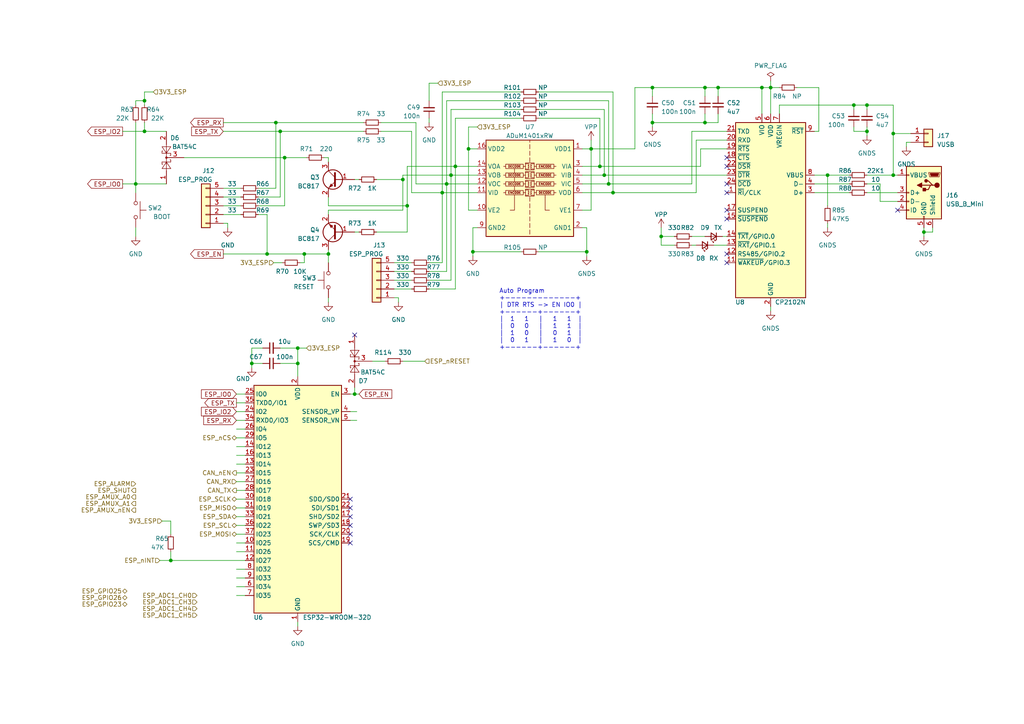
<source format=kicad_sch>
(kicad_sch (version 20211123) (generator eeschema)
  (paper "A4")
  (title_block (title "Think-City-BMS") (rev "0.0.1") (company "the78mole") (comment 1 "Author: Daniel Glaser"))
  (lib_symbols
    (symbol "Connector:USB_B_Mini" (pin_names (offset 1.016))
      (property "Reference" "J" (at -5.08 11.43 0))
      (property "Value" "USB_B_Mini" (at -5.08 8.89 0))
      (symbol "USB_B_Mini_1_1"
        (pin power_out line (at 7.62 5.08 180) (length 2.54) (name "VBUS") (number "1"))
        (pin bidirectional line (at 7.62 -2.54 180) (length 2.54) (name "D-") (number "2"))
        (pin bidirectional line (at 7.62 0 180) (length 2.54) (name "D+") (number "3"))
        (pin passive line (at 7.62 -5.08 180) (length 2.54) (name "ID") (number "4"))
        (pin power_out line (at 0 -10.16 90) (length 2.54) (name "GND") (number "5"))
        (pin passive line (at -2.54 -10.16 90) (length 2.54) (name "Shield") (number "6"))
      )
    )
    (symbol "Connector_Generic:Conn_01x02" (pin_names (offset 1.016) hide)
      (property "Reference" "J" (at 0 2.54 0))
      (property "Value" "Conn_01x02" (at 0 -5.08 0))
      (symbol "Conn_01x02_1_1"
        (pin passive line (at -5.08 0 0) (length 3.81) (name "Pin_1") (number "1"))
        (pin passive line (at -5.08 -2.54 0) (length 3.81) (name "Pin_2") (number "2"))
      )
    )
    (symbol "Connector_Generic:Conn_01x05" (pin_names (offset 1.016) hide)
      (property "Reference" "J" (at 0 7.62 0))
      (property "Value" "Conn_01x05" (at 0 -7.62 0))
      (symbol "Conn_01x05_1_1"
        (pin passive line (at -5.08 5.08 0) (length 3.81) (name "Pin_1") (number "1"))
        (pin passive line (at -5.08 2.54 0) (length 3.81) (name "Pin_2") (number "2"))
        (pin passive line (at -5.08 0 0) (length 3.81) (name "Pin_3") (number "3"))
        (pin passive line (at -5.08 -2.54 0) (length 3.81) (name "Pin_4") (number "4"))
        (pin passive line (at -5.08 -5.08 0) (length 3.81) (name "Pin_5") (number "5"))
      )
    )
    (symbol "Device:C_Small" (pin_numbers hide) (pin_names (offset 0.254) hide)
      (property "Reference" "C" (at 0.254 1.778 0))
      (property "Value" "C_Small" (at 0.254 -2.032 0))
      (symbol "C_Small_1_1"
        (pin passive line (at 0 2.54 270) (length 2.032) (name "~") (number "1"))
        (pin passive line (at 0 -2.54 90) (length 2.032) (name "~") (number "2"))
      )
    )
    (symbol "Device:LED_Small" (pin_numbers hide) (pin_names (offset 0.254) hide)
      (property "Reference" "D" (at -1.27 3.175 0))
      (property "Value" "LED_Small" (at -4.445 -2.54 0))
      (symbol "LED_Small_1_1"
        (pin passive line (at -2.54 0 0) (length 1.778) (name "K") (number "1"))
        (pin passive line (at 2.54 0 180) (length 1.778) (name "A") (number "2"))
      )
    )
    (symbol "Device:R_Small" (pin_numbers hide) (pin_names (offset 0.254) hide)
      (property "Reference" "R" (at 0.762 0.508 0))
      (property "Value" "R_Small" (at 0.762 -1.016 0))
      (symbol "R_Small_1_1"
        (pin passive line (at 0 2.54 270) (length 0.762) (name "~") (number "1"))
        (pin passive line (at 0 -2.54 90) (length 0.762) (name "~") (number "2"))
      )
    )
    (symbol "Diode:BAT54C" (pin_names (offset 1.016))
      (property "Reference" "D" (at 0.635 -3.81 0))
      (property "Value" "BAT54C" (at -6.35 3.175 0))
      (symbol "BAT54C_1_1"
        (pin passive line (at -7.62 0 0) (length 3.81) (name "~") (number "1"))
        (pin passive line (at 7.62 0 180) (length 3.81) (name "~") (number "2"))
        (pin passive line (at 0 -5.08 90) (length 5.08) (name "~") (number "3"))
      )
    )
    (symbol "Interface_USB:CP2102N-Axx-xQFN24"
      (property "Reference" "U" (at -8.89 26.67 0))
      (property "Value" "CP2102N-Axx-xQFN24" (at 13.97 26.67 0))
      (symbol "CP2102N-Axx-xQFN24_1_1"
        (pin bidirectional line (at 12.7 5.08 180) (length 2.54) (name "~{RI}/CLK") (number "1"))
        (pin no_connect line (at -10.16 -22.86 0) (length 2.54) hide (name "NC") (number "10"))
        (pin bidirectional line (at 12.7 -15.24 180) (length 2.54) (name "~{WAKEUP}/GPIO.3") (number "11"))
        (pin bidirectional line (at 12.7 -12.7 180) (length 2.54) (name "RS485/GPIO.2") (number "12"))
        (pin bidirectional line (at 12.7 -10.16 180) (length 2.54) (name "~{RXT}/GPIO.1") (number "13"))
        (pin bidirectional line (at 12.7 -7.62 180) (length 2.54) (name "~{TXT}/GPIO.0") (number "14"))
        (pin output line (at 12.7 -2.54 180) (length 2.54) (name "~{SUSPEND}") (number "15"))
        (pin no_connect line (at 10.16 -22.86 180) (length 2.54) hide (name "NC") (number "16"))
        (pin output line (at 12.7 0 180) (length 2.54) (name "SUSPEND") (number "17"))
        (pin input line (at 12.7 15.24 180) (length 2.54) (name "~{CTS}") (number "18"))
        (pin output line (at 12.7 17.78 180) (length 2.54) (name "~{RTS}") (number "19"))
        (pin power_in line (at 0 -27.94 90) (length 2.54) (name "GND") (number "2"))
        (pin input line (at 12.7 20.32 180) (length 2.54) (name "RXD") (number "20"))
        (pin output line (at 12.7 22.86 180) (length 2.54) (name "TXD") (number "21"))
        (pin input line (at 12.7 12.7 180) (length 2.54) (name "~{DSR}") (number "22"))
        (pin output line (at 12.7 10.16 180) (length 2.54) (name "~{DTR}") (number "23"))
        (pin input line (at 12.7 7.62 180) (length 2.54) (name "~{DCD}") (number "24"))
        (pin passive line (at 0 -27.94 90) (length 2.54) hide (name "GND") (number "25"))
        (pin bidirectional line (at -12.7 5.08 0) (length 2.54) (name "D+") (number "3"))
        (pin bidirectional line (at -12.7 7.62 0) (length 2.54) (name "D-") (number "4"))
        (pin power_in line (at 2.54 27.94 270) (length 2.54) (name "VIO") (number "5"))
        (pin power_in line (at 0 27.94 270) (length 2.54) (name "VDD") (number "6"))
        (pin power_in line (at -2.54 27.94 270) (length 2.54) (name "VREGIN") (number "7"))
        (pin input line (at -12.7 10.16 0) (length 2.54) (name "VBUS") (number "8"))
        (pin input line (at -12.7 22.86 0) (length 2.54) (name "~{RST}") (number "9"))
      )
    )
    (symbol "Isolator:ADuM1401xRW"
      (property "Reference" "U" (at 0 19.05 0))
      (property "Value" "ADuM1401xRW" (at 0 16.51 0))
      (symbol "ADuM1401xRW_0_0"
        (text "DECODE" (at -4.445 0 0) (effects (font (size 0.635 0.635))))
        (text "DECODE" (at 4.445 2.54 0) (effects (font (size 0.635 0.635))))
        (text "DECODE" (at 4.445 5.08 0) (effects (font (size 0.635 0.635))))
        (text "DECODE" (at 4.445 7.62 0) (effects (font (size 0.635 0.635))))
        (text "ENCODE" (at -4.445 2.54 0) (effects (font (size 0.635 0.635))))
        (text "ENCODE" (at -4.445 5.08 0) (effects (font (size 0.635 0.635))))
        (text "ENCODE" (at -4.445 7.62 0) (effects (font (size 0.635 0.635))))
        (text "ENCODE" (at 4.445 0 0) (effects (font (size 0.635 0.635))))
      )
      (symbol "ADuM1401xRW_1_1"
        (pin power_in line (at -15.24 12.7 0) (length 2.54) (name "VDD1") (number "1"))
        (pin input line (at 15.24 -5.08 180) (length 2.54) (name "VE2") (number "10"))
        (pin input line (at 15.24 0 180) (length 2.54) (name "VID") (number "11"))
        (pin output line (at 15.24 2.54 180) (length 2.54) (name "VOC") (number "12"))
        (pin output line (at 15.24 5.08 180) (length 2.54) (name "VOB") (number "13"))
        (pin output line (at 15.24 7.62 180) (length 2.54) (name "VOA") (number "14"))
        (pin passive line (at 15.24 -10.16 180) (length 2.54) hide (name "GND2") (number "15"))
        (pin power_in line (at 15.24 12.7 180) (length 2.54) (name "VDD2") (number "16"))
        (pin power_in line (at -15.24 -10.16 0) (length 2.54) (name "GND1") (number "2"))
        (pin input line (at -15.24 7.62 0) (length 2.54) (name "VIA") (number "3"))
        (pin input line (at -15.24 5.08 0) (length 2.54) (name "VIB") (number "4"))
        (pin input line (at -15.24 2.54 0) (length 2.54) (name "VIC") (number "5"))
        (pin output line (at -15.24 0 0) (length 2.54) (name "VOD") (number "6"))
        (pin input line (at -15.24 -5.08 0) (length 2.54) (name "VE1") (number "7"))
        (pin passive line (at -15.24 -10.16 0) (length 2.54) hide (name "GND1") (number "8"))
        (pin power_in line (at 15.24 -10.16 180) (length 2.54) (name "GND2") (number "9"))
      )
    )
    (symbol "RF_Module:ESP32-WROOM-32D"
      (property "Reference" "U" (at -12.7 34.29 0))
      (property "Value" "ESP32-WROOM-32D" (at 1.27 34.29 0))
      (symbol "ESP32-WROOM-32D_1_1"
        (pin power_in line (at 0 -35.56 90) (length 2.54) (name "GND") (number "1"))
        (pin bidirectional line (at 15.24 -12.7 180) (length 2.54) (name "IO25") (number "10"))
        (pin bidirectional line (at 15.24 -15.24 180) (length 2.54) (name "IO26") (number "11"))
        (pin bidirectional line (at 15.24 -17.78 180) (length 2.54) (name "IO27") (number "12"))
        (pin bidirectional line (at 15.24 10.16 180) (length 2.54) (name "IO14") (number "13"))
        (pin bidirectional line (at 15.24 15.24 180) (length 2.54) (name "IO12") (number "14"))
        (pin passive line (at 0 -35.56 90) (length 2.54) hide (name "GND") (number "15"))
        (pin bidirectional line (at 15.24 12.7 180) (length 2.54) (name "IO13") (number "16"))
        (pin bidirectional line (at -15.24 -5.08 0) (length 2.54) (name "SHD/SD2") (number "17"))
        (pin bidirectional line (at -15.24 -7.62 0) (length 2.54) (name "SWP/SD3") (number "18"))
        (pin bidirectional line (at -15.24 -12.7 0) (length 2.54) (name "SCS/CMD") (number "19"))
        (pin power_in line (at 0 35.56 270) (length 2.54) (name "VDD") (number "2"))
        (pin bidirectional line (at -15.24 -10.16 0) (length 2.54) (name "SCK/CLK") (number "20"))
        (pin bidirectional line (at -15.24 0 0) (length 2.54) (name "SDO/SD0") (number "21"))
        (pin bidirectional line (at -15.24 -2.54 0) (length 2.54) (name "SDI/SD1") (number "22"))
        (pin bidirectional line (at 15.24 7.62 180) (length 2.54) (name "IO15") (number "23"))
        (pin bidirectional line (at 15.24 25.4 180) (length 2.54) (name "IO2") (number "24"))
        (pin bidirectional line (at 15.24 30.48 180) (length 2.54) (name "IO0") (number "25"))
        (pin bidirectional line (at 15.24 20.32 180) (length 2.54) (name "IO4") (number "26"))
        (pin bidirectional line (at 15.24 5.08 180) (length 2.54) (name "IO16") (number "27"))
        (pin bidirectional line (at 15.24 2.54 180) (length 2.54) (name "IO17") (number "28"))
        (pin bidirectional line (at 15.24 17.78 180) (length 2.54) (name "IO5") (number "29"))
        (pin input line (at -15.24 30.48 0) (length 2.54) (name "EN") (number "3"))
        (pin bidirectional line (at 15.24 0 180) (length 2.54) (name "IO18") (number "30"))
        (pin bidirectional line (at 15.24 -2.54 180) (length 2.54) (name "IO19") (number "31"))
        (pin no_connect line (at -12.7 -27.94 0) (length 2.54) hide (name "NC") (number "32"))
        (pin bidirectional line (at 15.24 -5.08 180) (length 2.54) (name "IO21") (number "33"))
        (pin bidirectional line (at 15.24 22.86 180) (length 2.54) (name "RXD0/IO3") (number "34"))
        (pin bidirectional line (at 15.24 27.94 180) (length 2.54) (name "TXD0/IO1") (number "35"))
        (pin bidirectional line (at 15.24 -7.62 180) (length 2.54) (name "IO22") (number "36"))
        (pin bidirectional line (at 15.24 -10.16 180) (length 2.54) (name "IO23") (number "37"))
        (pin passive line (at 0 -35.56 90) (length 2.54) hide (name "GND") (number "38"))
        (pin passive line (at 0 -35.56 90) (length 2.54) hide (name "GND") (number "39"))
        (pin input line (at -15.24 25.4 0) (length 2.54) (name "SENSOR_VP") (number "4"))
        (pin input line (at -15.24 22.86 0) (length 2.54) (name "SENSOR_VN") (number "5"))
        (pin input line (at 15.24 -25.4 180) (length 2.54) (name "IO34") (number "6"))
        (pin input line (at 15.24 -27.94 180) (length 2.54) (name "IO35") (number "7"))
        (pin bidirectional line (at 15.24 -20.32 180) (length 2.54) (name "IO32") (number "8"))
        (pin bidirectional line (at 15.24 -22.86 180) (length 2.54) (name "IO33") (number "9"))
      )
    )
    (symbol "Switch:SW_Push" (pin_numbers hide) (pin_names (offset 1.016) hide)
      (property "Reference" "SW" (at 1.27 2.54 0))
      (property "Value" "SW_Push" (at 0 -1.524 0))
      (symbol "SW_Push_0_1"
        (pin passive line (at -5.08 0 0) (length 2.54) (name "1") (number "1"))
        (pin passive line (at 5.08 0 180) (length 2.54) (name "2") (number "2"))
      )
    )
    (symbol "Transistor_BJT:BC817" (pin_names (offset 0) hide)
      (property "Reference" "Q" (at 5.08 1.905 0))
      (property "Value" "BC817" (at 5.08 0 0))
      (symbol "BC817_1_1"
        (pin input line (at -5.08 0 0) (length 5.715) (name "B") (number "1"))
        (pin passive line (at 2.54 -5.08 90) (length 2.54) (name "E") (number "2"))
        (pin passive line (at 2.54 5.08 270) (length 2.54) (name "C") (number "3"))
      )
    )
    (symbol "power:GND" (power) (pin_names (offset 0))
      (property "Value" "GND" (at 0 -3.81 0))
      (symbol "GND_1_1"
        (pin power_in line (at 0 0 270) (length 0) hide (name "GND") (number "1"))
      )
    )
    (symbol "power:GNDS" (power) (pin_names (offset 0))
      (property "Value" "GNDS" (at 0 -3.81 0))
      (symbol "GNDS_1_1"
        (pin power_in line (at 0 0 270) (length 0) hide (name "GNDS") (number "1"))
      )
    )
    (symbol "power:PWR_FLAG" (power) (pin_numbers hide) (pin_names (offset 0) hide)
      (property "Value" "PWR_FLAG" (at 0 3.81 0))
      (symbol "PWR_FLAG_0_0"
        (pin power_out line (at 0 0 90) (length 0) (name "pwr") (number "1"))
      )
    )
    (symbol "power:VPP" (power) (pin_names (offset 0))
      (property "Value" "VPP" (at 0 3.81 0))
      (symbol "VPP_1_1"
        (pin power_in line (at 0 0 90) (length 0) hide (name "VPP") (number "1"))
      )
    )
  )
  (junction (at 130.81 50.8) (diameter 0.9144))
  (junction (at 41.91 29.21) (diameter 0.9144))
  (junction (at 259.08 50.8) (diameter 0.9144))
  (junction (at 116.84 52.07) (diameter 0.9144))
  (junction (at 240.03 50.8) (diameter 0.9144))
  (junction (at 177.8 55.88) (diameter 0.9144))
  (junction (at 251.46 30.48) (diameter 0.9144))
  (junction (at 251.46 38.1) (diameter 0.9144))
  (junction (at 73.025 105.41) (diameter 0.9144))
  (junction (at 173.99 48.26) (diameter 0.9144))
  (junction (at 86.36 100.965) (diameter 0.9144))
  (junction (at 189.23 35.56) (diameter 0.9144))
  (junction (at 204.47 25.4) (diameter 0.9144))
  (junction (at 118.11 59.69) (diameter 0.9144))
  (junction (at 247.65 30.48) (diameter 0.9144))
  (junction (at 135.89 43.18) (diameter 0.9144))
  (junction (at 95.25 73.66) (diameter 0.9144))
  (junction (at 220.98 25.4) (diameter 0.9144))
  (junction (at 191.77 68.58) (diameter 0.9144))
  (junction (at 175.26 50.8) (diameter 0.9144))
  (junction (at 170.18 73.025) (diameter 0.9144))
  (junction (at 176.53 53.34) (diameter 0.9144))
  (junction (at 129.54 53.34) (diameter 0.9144))
  (junction (at 102.87 114.3) (diameter 0.9144))
  (junction (at 267.97 67.31) (diameter 0.9144))
  (junction (at 41.91 38.1) (diameter 0.9144))
  (junction (at 81.28 38.1) (diameter 0.9144))
  (junction (at 137.16 73.025) (diameter 0.9144))
  (junction (at 80.01 35.56) (diameter 0.9144))
  (junction (at 223.52 25.4) (diameter 0.9144))
  (junction (at 171.45 43.18) (diameter 0.9144))
  (junction (at 88.265 73.66) (diameter 0.9144))
  (junction (at 132.08 48.26) (diameter 0.9144))
  (junction (at 39.37 53.34) (diameter 0.9144))
  (junction (at 82.55 45.72) (diameter 0.9144))
  (junction (at 77.47 73.66) (diameter 0.9144))
  (junction (at 86.36 105.41) (diameter 0.9144))
  (junction (at 49.53 162.56) (diameter 0.9144))
  (junction (at 204.47 35.56) (diameter 0.9144))
  (junction (at 189.23 25.4) (diameter 0.9144))
  (junction (at 259.08 38.735) (diameter 0.9144))
  (junction (at 208.28 25.4) (diameter 0.9144))
  (junction (at 128.27 55.88) (diameter 0.9144))
  (no_connect (at 101.6 144.78))
  (no_connect (at 101.6 147.32))
  (no_connect (at 101.6 149.86))
  (no_connect (at 101.6 152.4))
  (no_connect (at 101.6 154.94))
  (no_connect (at 101.6 157.48))
  (no_connect (at 260.35 60.96))
  (no_connect (at 102.87 97.155))
  (no_connect (at 210.82 45.72))
  (no_connect (at 210.82 48.26))
  (no_connect (at 210.82 53.34))
  (no_connect (at 210.82 55.88))
  (no_connect (at 210.82 60.96))
  (no_connect (at 210.82 63.5))
  (no_connect (at 210.82 73.66))
  (no_connect (at 210.82 76.2))
  (wire (pts (xy 223.52 88.9) (xy 223.52 90.17)))
  (wire (pts (xy 68.58 127) (xy 71.12 127)))
  (wire (pts (xy 53.34 45.72) (xy 82.55 45.72)))
  (wire (pts (xy 203.2 43.18) (xy 203.2 48.26)))
  (wire (pts (xy 74.93 62.23) (xy 77.47 62.23)))
  (wire (pts (xy 223.52 23.495) (xy 223.52 25.4)))
  (wire (pts (xy 130.81 31.75) (xy 130.81 50.8)))
  (wire (pts (xy 68.58 170.18) (xy 71.12 170.18)))
  (wire (pts (xy 236.22 53.34) (xy 246.38 53.34)))
  (wire (pts (xy 101.6 114.3) (xy 102.87 114.3)))
  (wire (pts (xy 102.87 114.3) (xy 104.14 114.3)))
  (wire (pts (xy 189.23 25.4) (xy 189.23 27.94)))
  (wire (pts (xy 86.36 180.34) (xy 86.36 181.61)))
  (wire (pts (xy 95.25 60.96) (xy 116.84 60.96)))
  (wire (pts (xy 68.58 172.72) (xy 71.12 172.72)))
  (wire (pts (xy 132.08 83.82) (xy 132.08 48.26)))
  (wire (pts (xy 81.28 100.965) (xy 86.36 100.965)))
  (wire (pts (xy 251.46 38.1) (xy 251.46 36.83)))
  (wire (pts (xy 207.01 71.12) (xy 210.82 71.12)))
  (wire (pts (xy 135.89 60.96) (xy 138.43 60.96)))
  (wire (pts (xy 120.65 53.34) (xy 129.54 53.34)))
  (wire (pts (xy 175.26 50.8) (xy 210.82 50.8)))
  (wire (pts (xy 101.6 119.38) (xy 103.505 119.38)))
  (wire (pts (xy 39.37 29.21) (xy 39.37 30.48)))
  (wire (pts (xy 49.53 160.02) (xy 49.53 162.56)))
  (wire (pts (xy 129.54 29.21) (xy 129.54 53.34)))
  (wire (pts (xy 137.16 73.025) (xy 151.13 73.025)))
  (wire (pts (xy 116.84 52.07) (xy 116.84 60.96)))
  (wire (pts (xy 41.91 35.56) (xy 41.91 38.1)))
  (wire (pts (xy 64.77 64.77) (xy 66.04 64.77)))
  (wire (pts (xy 259.08 38.735) (xy 264.16 38.735)))
  (wire (pts (xy 191.77 68.58) (xy 191.77 71.12)))
  (wire (pts (xy 95.25 59.69) (xy 118.11 59.69)))
  (wire (pts (xy 35.56 38.1) (xy 41.91 38.1)))
  (wire (pts (xy 68.58 114.3) (xy 71.12 114.3)))
  (wire (pts (xy 255.27 58.42) (xy 260.35 58.42)))
  (wire (pts (xy 200.66 68.58) (xy 204.47 68.58)))
  (wire (pts (xy 191.77 66.04) (xy 191.77 68.58)))
  (wire (pts (xy 267.97 67.31) (xy 267.97 68.58)))
  (wire (pts (xy 86.36 100.965) (xy 86.36 105.41)))
  (wire (pts (xy 86.36 105.41) (xy 86.36 109.22)))
  (wire (pts (xy 191.77 71.12) (xy 195.58 71.12)))
  (wire (pts (xy 237.49 38.1) (xy 236.22 38.1)))
  (wire (pts (xy 124.46 81.28) (xy 130.81 81.28)))
  (wire (pts (xy 86.995 76.2) (xy 88.265 76.2)))
  (wire (pts (xy 88.265 76.2) (xy 88.265 73.66)))
  (wire (pts (xy 251.46 38.1) (xy 251.46 39.37)))
  (wire (pts (xy 204.47 25.4) (xy 208.28 25.4)))
  (wire (pts (xy 231.14 25.4) (xy 237.49 25.4)))
  (wire (pts (xy 251.46 55.88) (xy 260.35 55.88)))
  (wire (pts (xy 176.53 29.21) (xy 176.53 53.34)))
  (wire (pts (xy 116.84 50.8) (xy 116.84 52.07)))
  (wire (pts (xy 176.53 53.34) (xy 168.91 53.34)))
  (wire (pts (xy 204.47 25.4) (xy 204.47 27.94)))
  (wire (pts (xy 247.65 30.48) (xy 247.65 31.75)))
  (wire (pts (xy 130.81 50.8) (xy 138.43 50.8)))
  (wire (pts (xy 204.47 33.02) (xy 204.47 35.56)))
  (wire (pts (xy 73.025 100.965) (xy 73.025 105.41)))
  (wire (pts (xy 76.2 100.965) (xy 73.025 100.965)))
  (wire (pts (xy 128.27 55.88) (xy 138.43 55.88)))
  (wire (pts (xy 82.55 59.69) (xy 82.55 45.72)))
  (wire (pts (xy 240.03 64.77) (xy 240.03 66.04)))
  (wire (pts (xy 156.21 29.21) (xy 176.53 29.21)))
  (wire (pts (xy 110.49 38.1) (xy 119.38 38.1)))
  (wire (pts (xy 114.3 78.74) (xy 119.38 78.74)))
  (wire (pts (xy 236.22 50.8) (xy 240.03 50.8)))
  (wire (pts (xy 240.03 50.8) (xy 246.38 50.8)))
  (wire (pts (xy 74.93 57.15) (xy 81.28 57.15)))
  (wire (pts (xy 39.37 66.04) (xy 39.37 68.58)))
  (wire (pts (xy 68.58 167.64) (xy 71.12 167.64)))
  (wire (pts (xy 129.54 78.74) (xy 129.54 53.34)))
  (wire (pts (xy 210.82 38.1) (xy 200.66 38.1)))
  (wire (pts (xy 247.65 36.83) (xy 247.65 38.1)))
  (wire (pts (xy 226.06 30.48) (xy 226.06 33.02)))
  (wire (pts (xy 151.13 26.67) (xy 128.27 26.67)))
  (wire (pts (xy 208.28 25.4) (xy 220.98 25.4)))
  (wire (pts (xy 267.97 67.31) (xy 270.51 67.31)))
  (wire (pts (xy 95.25 73.66) (xy 95.25 76.2)))
  (wire (pts (xy 77.47 62.23) (xy 77.47 73.66)))
  (wire (pts (xy 74.93 54.61) (xy 80.01 54.61)))
  (wire (pts (xy 114.3 83.82) (xy 119.38 83.82)))
  (wire (pts (xy 251.46 53.34) (xy 255.27 53.34)))
  (wire (pts (xy 73.025 105.41) (xy 73.025 106.68)))
  (wire (pts (xy 76.2 105.41) (xy 73.025 105.41)))
  (wire (pts (xy 128.27 26.67) (xy 128.27 55.88)))
  (wire (pts (xy 168.91 43.18) (xy 171.45 43.18)))
  (wire (pts (xy 171.45 43.18) (xy 171.45 60.96)))
  (wire (pts (xy 260.35 50.8) (xy 259.08 50.8)))
  (wire (pts (xy 35.56 53.34) (xy 39.37 53.34)))
  (wire (pts (xy 251.46 30.48) (xy 251.46 31.75)))
  (wire (pts (xy 68.58 121.92) (xy 71.12 121.92)))
  (wire (pts (xy 170.18 66.04) (xy 170.18 73.025)))
  (wire (pts (xy 170.18 73.025) (xy 170.18 74.295)))
  (wire (pts (xy 223.52 25.4) (xy 226.06 25.4)))
  (wire (pts (xy 68.58 116.84) (xy 71.12 116.84)))
  (wire (pts (xy 114.3 81.28) (xy 119.38 81.28)))
  (wire (pts (xy 137.16 66.04) (xy 137.16 73.025)))
  (wire (pts (xy 137.16 73.025) (xy 137.16 74.295)))
  (wire (pts (xy 184.15 25.4) (xy 184.15 43.18)))
  (wire (pts (xy 41.91 30.48) (xy 41.91 29.21)))
  (wire (pts (xy 101.6 121.92) (xy 103.505 121.92)))
  (wire (pts (xy 128.27 76.2) (xy 128.27 55.88)))
  (wire (pts (xy 135.89 36.83) (xy 135.89 43.18)))
  (wire (pts (xy 201.93 55.88) (xy 177.8 55.88)))
  (wire (pts (xy 95.25 62.23) (xy 95.25 60.96)))
  (wire (pts (xy 203.2 48.26) (xy 173.99 48.26)))
  (wire (pts (xy 68.58 144.78) (xy 71.12 144.78)))
  (wire (pts (xy 110.49 35.56) (xy 120.65 35.56)))
  (wire (pts (xy 109.22 52.07) (xy 116.84 52.07)))
  (wire (pts (xy 68.58 142.24) (xy 71.12 142.24)))
  (wire (pts (xy 81.28 105.41) (xy 86.36 105.41)))
  (wire (pts (xy 95.25 45.72) (xy 95.25 46.99)))
  (wire (pts (xy 119.38 38.1) (xy 119.38 55.88)))
  (wire (pts (xy 251.46 30.48) (xy 247.65 30.48)))
  (wire (pts (xy 177.8 55.88) (xy 168.91 55.88)))
  (wire (pts (xy 171.45 40.64) (xy 171.45 43.18)))
  (wire (pts (xy 68.58 132.08) (xy 71.12 132.08)))
  (wire (pts (xy 201.93 40.64) (xy 201.93 55.88)))
  (wire (pts (xy 68.58 157.48) (xy 71.12 157.48)))
  (wire (pts (xy 168.91 60.96) (xy 171.45 60.96)))
  (wire (pts (xy 135.89 60.96) (xy 135.89 43.18)))
  (wire (pts (xy 68.58 134.62) (xy 71.12 134.62)))
  (wire (pts (xy 64.77 57.15) (xy 69.85 57.15)))
  (wire (pts (xy 156.21 73.025) (xy 170.18 73.025)))
  (wire (pts (xy 64.77 73.66) (xy 77.47 73.66)))
  (wire (pts (xy 64.77 54.61) (xy 69.85 54.61)))
  (wire (pts (xy 220.98 25.4) (xy 223.52 25.4)))
  (wire (pts (xy 107.95 104.775) (xy 111.76 104.775)))
  (wire (pts (xy 255.27 53.34) (xy 255.27 58.42)))
  (wire (pts (xy 77.47 73.66) (xy 88.265 73.66)))
  (wire (pts (xy 88.265 73.66) (xy 95.25 73.66)))
  (wire (pts (xy 189.23 35.56) (xy 189.23 36.83)))
  (wire (pts (xy 81.28 57.15) (xy 81.28 38.1)))
  (wire (pts (xy 259.08 30.48) (xy 259.08 38.735)))
  (wire (pts (xy 259.08 38.735) (xy 259.08 50.8)))
  (wire (pts (xy 247.65 30.48) (xy 226.06 30.48)))
  (wire (pts (xy 270.51 66.04) (xy 270.51 67.31)))
  (wire (pts (xy 93.98 45.72) (xy 95.25 45.72)))
  (wire (pts (xy 168.91 66.04) (xy 170.18 66.04)))
  (wire (pts (xy 39.37 53.34) (xy 48.26 53.34)))
  (wire (pts (xy 80.01 35.56) (xy 80.01 54.61)))
  (wire (pts (xy 118.11 48.26) (xy 118.11 59.69)))
  (wire (pts (xy 102.87 52.07) (xy 104.14 52.07)))
  (wire (pts (xy 156.21 31.75) (xy 175.26 31.75)))
  (wire (pts (xy 168.91 50.8) (xy 175.26 50.8)))
  (wire (pts (xy 247.65 38.1) (xy 251.46 38.1)))
  (wire (pts (xy 208.28 35.56) (xy 204.47 35.56)))
  (wire (pts (xy 114.3 86.36) (xy 115.57 86.36)))
  (wire (pts (xy 262.89 41.275) (xy 262.89 42.545)))
  (wire (pts (xy 264.16 41.275) (xy 262.89 41.275)))
  (wire (pts (xy 173.99 48.26) (xy 168.91 48.26)))
  (wire (pts (xy 135.89 36.83) (xy 138.43 36.83)))
  (wire (pts (xy 68.58 124.46) (xy 71.12 124.46)))
  (wire (pts (xy 68.58 152.4) (xy 71.12 152.4)))
  (wire (pts (xy 259.08 30.48) (xy 251.46 30.48)))
  (wire (pts (xy 64.77 62.23) (xy 69.85 62.23)))
  (wire (pts (xy 95.25 73.66) (xy 95.25 72.39)))
  (wire (pts (xy 151.13 31.75) (xy 130.81 31.75)))
  (wire (pts (xy 39.37 53.34) (xy 39.37 55.88)))
  (wire (pts (xy 41.91 38.1) (xy 48.26 38.1)))
  (wire (pts (xy 171.45 43.18) (xy 184.15 43.18)))
  (wire (pts (xy 102.87 112.395) (xy 102.87 114.3)))
  (wire (pts (xy 124.46 83.82) (xy 132.08 83.82)))
  (wire (pts (xy 116.84 104.775) (xy 123.19 104.775)))
  (wire (pts (xy 119.38 55.88) (xy 128.27 55.88)))
  (wire (pts (xy 66.04 64.77) (xy 66.04 66.04)))
  (wire (pts (xy 156.21 34.29) (xy 173.99 34.29)))
  (wire (pts (xy 79.375 76.2) (xy 81.915 76.2)))
  (wire (pts (xy 124.46 24.13) (xy 124.46 29.21)))
  (wire (pts (xy 124.46 24.13) (xy 127 24.13)))
  (wire (pts (xy 209.55 68.58) (xy 210.82 68.58)))
  (wire (pts (xy 115.57 86.36) (xy 115.57 87.63)))
  (wire (pts (xy 208.28 25.4) (xy 208.28 27.94)))
  (wire (pts (xy 220.98 25.4) (xy 220.98 33.02)))
  (wire (pts (xy 251.46 50.8) (xy 259.08 50.8)))
  (wire (pts (xy 114.3 76.2) (xy 119.38 76.2)))
  (wire (pts (xy 80.01 35.56) (xy 105.41 35.56)))
  (wire (pts (xy 41.91 29.21) (xy 39.37 29.21)))
  (wire (pts (xy 124.46 76.2) (xy 128.27 76.2)))
  (wire (pts (xy 64.77 35.56) (xy 80.01 35.56)))
  (wire (pts (xy 151.13 29.21) (xy 129.54 29.21)))
  (wire (pts (xy 200.66 71.12) (xy 201.93 71.12)))
  (wire (pts (xy 46.99 151.13) (xy 49.53 151.13)))
  (wire (pts (xy 49.53 151.13) (xy 49.53 154.94)))
  (wire (pts (xy 64.77 38.1) (xy 81.28 38.1)))
  (wire (pts (xy 82.55 45.72) (xy 88.9 45.72)))
  (wire (pts (xy 189.23 25.4) (xy 184.15 25.4)))
  (wire (pts (xy 135.89 43.18) (xy 138.43 43.18)))
  (wire (pts (xy 68.58 147.32) (xy 71.12 147.32)))
  (wire (pts (xy 151.13 34.29) (xy 132.08 34.29)))
  (wire (pts (xy 208.28 33.02) (xy 208.28 35.56)))
  (wire (pts (xy 132.08 48.26) (xy 138.43 48.26)))
  (wire (pts (xy 240.03 50.8) (xy 240.03 59.69)))
  (wire (pts (xy 68.58 137.16) (xy 71.12 137.16)))
  (wire (pts (xy 132.08 34.29) (xy 132.08 48.26)))
  (wire (pts (xy 223.52 25.4) (xy 223.52 33.02)))
  (wire (pts (xy 86.36 100.965) (xy 88.9 100.965)))
  (wire (pts (xy 210.82 40.64) (xy 201.93 40.64)))
  (wire (pts (xy 46.355 162.56) (xy 49.53 162.56)))
  (wire (pts (xy 49.53 162.56) (xy 71.12 162.56)))
  (wire (pts (xy 130.81 81.28) (xy 130.81 50.8)))
  (wire (pts (xy 204.47 35.56) (xy 189.23 35.56)))
  (wire (pts (xy 237.49 25.4) (xy 237.49 38.1)))
  (wire (pts (xy 118.11 67.31) (xy 109.22 67.31)))
  (wire (pts (xy 210.82 43.18) (xy 203.2 43.18)))
  (wire (pts (xy 68.58 129.54) (xy 71.12 129.54)))
  (wire (pts (xy 102.87 67.31) (xy 104.14 67.31)))
  (wire (pts (xy 177.8 26.67) (xy 177.8 55.88)))
  (wire (pts (xy 191.77 68.58) (xy 195.58 68.58)))
  (wire (pts (xy 39.37 35.56) (xy 39.37 53.34)))
  (wire (pts (xy 124.46 34.29) (xy 124.46 35.56)))
  (wire (pts (xy 129.54 53.34) (xy 138.43 53.34)))
  (wire (pts (xy 68.58 154.94) (xy 71.12 154.94)))
  (wire (pts (xy 120.65 53.34) (xy 120.65 35.56)))
  (wire (pts (xy 173.99 34.29) (xy 173.99 48.26)))
  (wire (pts (xy 116.84 50.8) (xy 130.81 50.8)))
  (wire (pts (xy 81.28 38.1) (xy 105.41 38.1)))
  (wire (pts (xy 189.23 35.56) (xy 189.23 33.02)))
  (wire (pts (xy 64.77 59.69) (xy 69.85 59.69)))
  (wire (pts (xy 68.58 149.86) (xy 71.12 149.86)))
  (wire (pts (xy 267.97 66.04) (xy 267.97 67.31)))
  (wire (pts (xy 95.25 57.15) (xy 95.25 59.69)))
  (wire (pts (xy 95.25 86.36) (xy 95.25 87.63)))
  (wire (pts (xy 68.58 160.02) (xy 71.12 160.02)))
  (wire (pts (xy 118.11 48.26) (xy 132.08 48.26)))
  (wire (pts (xy 68.58 119.38) (xy 71.12 119.38)))
  (wire (pts (xy 200.66 53.34) (xy 176.53 53.34)))
  (wire (pts (xy 156.21 26.67) (xy 177.8 26.67)))
  (wire (pts (xy 175.26 31.75) (xy 175.26 50.8)))
  (wire (pts (xy 74.93 59.69) (xy 82.55 59.69)))
  (wire (pts (xy 118.11 59.69) (xy 118.11 67.31)))
  (wire (pts (xy 68.58 165.1) (xy 71.12 165.1)))
  (wire (pts (xy 189.23 25.4) (xy 204.47 25.4)))
  (wire (pts (xy 41.91 26.67) (xy 41.91 29.21)))
  (wire (pts (xy 44.45 26.67) (xy 41.91 26.67)))
  (wire (pts (xy 138.43 66.04) (xy 137.16 66.04)))
  (wire (pts (xy 200.66 38.1) (xy 200.66 53.34)))
  (wire (pts (xy 236.22 55.88) (xy 246.38 55.88)))
  (wire (pts (xy 124.46 78.74) (xy 129.54 78.74)))
  (wire (pts (xy 68.58 139.7) (xy 71.12 139.7)))
  (text "Auto Program\n+-------------+\n| DTR RTS -> EN IO0 |\n+------+------+\n|  1   1   |   1   1  |\n|  0   0   |   1   1  |\n|  1   0   |   0   1  |\n|  0   1   |   1   0  |\n+------+------+" (at 144.78 101.6 0) (effects (font (size 1.27 1.27)) (justify left bottom)))
  (global_label "ESP_RX" (shape input) (at 68.58 121.92 180) (property "Intersheet References" "${INTERSHEET_REFS}" (effects hide)))
  (global_label "ESP_IO2" (shape output) (at 35.56 38.1 180) (property "Intersheet References" "${INTERSHEET_REFS}" (effects hide)))
  (global_label "ESP_IO2" (shape input) (at 68.58 119.38 180) (property "Intersheet References" "${INTERSHEET_REFS}" (effects hide)))
  (global_label "ESP_EN" (shape input) (at 104.14 114.3 0) (property "Intersheet References" "${INTERSHEET_REFS}" (effects hide)))
  (global_label "ESP_EN" (shape output) (at 64.77 73.66 180) (property "Intersheet References" "${INTERSHEET_REFS}" (effects hide)))
  (global_label "ESP_IO0" (shape input) (at 68.58 114.3 180) (property "Intersheet References" "${INTERSHEET_REFS}" (effects hide)))
  (global_label "ESP_TX" (shape input) (at 64.77 38.1 180) (property "Intersheet References" "${INTERSHEET_REFS}" (effects hide)))
  (global_label "ESP_IO0" (shape output) (at 35.56 53.34 180) (property "Intersheet References" "${INTERSHEET_REFS}" (effects hide)))
  (global_label "ESP_RX" (shape output) (at 64.77 35.56 180) (property "Intersheet References" "${INTERSHEET_REFS}" (effects hide)))
  (global_label "ESP_TX" (shape output) (at 68.58 116.84 180) (property "Intersheet References" "${INTERSHEET_REFS}" (effects hide)))
  (hierarchical_label "3V3_ESP" (shape input) (at 88.9 100.965 0))
  (hierarchical_label "ESP_SDA" (shape bidirectional) (at 68.58 149.86 180))
  (hierarchical_label "CAN_RX" (shape input) (at 68.58 139.7 180))
  (hierarchical_label "ESP_AMUX_A1" (shape output) (at 39.37 146.05 180))
  (hierarchical_label "ESP_ADC1_CH0" (shape input) (at 57.15 172.72 180))
  (hierarchical_label "CAN_nEN" (shape output) (at 68.58 137.16 180))
  (hierarchical_label "ESP_ADC1_CH5" (shape input) (at 57.15 178.435 180))
  (hierarchical_label "3V3_ESP" (shape input) (at 79.375 76.2 180))
  (hierarchical_label "ESP_SCLK" (shape bidirectional) (at 68.58 144.78 180))
  (hierarchical_label "ESP_AMUX_A0" (shape output) (at 39.37 144.145 180))
  (hierarchical_label "ESP_nCS" (shape bidirectional) (at 68.58 127 180))
  (hierarchical_label "ESP_SCL" (shape bidirectional) (at 68.58 152.4 180))
  (hierarchical_label "ESP_GPIO26" (shape bidirectional) (at 36.83 173.355 180))
  (hierarchical_label "3V3_ESP" (shape input) (at 127 24.13 0))
  (hierarchical_label "3V3_ESP" (shape input) (at 46.99 151.13 180))
  (hierarchical_label "3V3_ESP" (shape input) (at 44.45 26.67 0))
  (hierarchical_label "3V3_ESP" (shape input) (at 138.43 36.83 0))
  (hierarchical_label "ESP_ADC1_CH3" (shape input) (at 57.15 174.625 180))
  (hierarchical_label "ESP_AMUX_nEN" (shape output) (at 39.37 147.955 180))
  (hierarchical_label "ESP_GPIO25" (shape bidirectional) (at 36.83 171.45 180))
  (hierarchical_label "ESP_SHUT" (shape output) (at 39.37 142.24 180))
  (hierarchical_label "ESP_MISO" (shape bidirectional) (at 68.58 147.32 180))
  (hierarchical_label "CAN_TX" (shape output) (at 68.58 142.24 180))
  (hierarchical_label "ESP_nINT" (shape input) (at 46.355 162.56 180))
  (hierarchical_label "ESP_ALARM" (shape input) (at 39.37 140.335 180))
  (hierarchical_label "ESP_MOSI" (shape bidirectional) (at 68.58 154.94 180))
  (hierarchical_label "ESP_GPIO23" (shape bidirectional) (at 36.83 175.26 180))
  (hierarchical_label "ESP_ADC1_CH4" (shape input) (at 57.15 176.53 180))
  (hierarchical_label "ESP_nRESET" (shape input) (at 123.19 104.775 0))
  (symbol (lib_id "Device:R_Small") (at 153.67 31.75 270) (unit 1)
    (property "Reference" "R103" (at 148.59 30.48 90))
    (property "Value" "NP" (at 157.48 30.48 90))
    (property "Footprint" "Resistor_SMD:R_0603_1608Metric_Pad0.98x0.95mm_HandSolder" (effects hide))
  )
  (symbol (lib_id "Device:R_Small") (at 198.12 71.12 90) (unit 1)
    (property "Reference" "R83" (at 199.39 73.66 90))
    (property "Value" "330" (at 195.58 73.66 90))
    (property "Footprint" "Resistor_SMD:R_0603_1608Metric_Pad0.98x0.95mm_HandSolder" (effects hide))
  )
  (symbol (lib_id "Device:R_Small") (at 121.92 83.82 90) (mirror x) (unit 1)
    (property "Reference" "R79" (at 125.73 82.55 90))
    (property "Value" "330" (at 116.84 82.55 90))
    (property "Footprint" "Resistor_SMD:R_0603_1608Metric_Pad0.98x0.95mm_HandSolder" (effects hide))
  )
  (symbol (lib_id "Diode:BAT54C") (at 102.87 104.775 90) (mirror x) (unit 1)
    (property "Reference" "D7" (at 106.68 110.4901 90) (effects (justify left)))
    (property "Value" "BAT54C" (at 111.76 107.9501 90) (effects (justify left)))
    (property "Footprint" "Package_TO_SOT_SMD:SOT-23" (effects hide))
    (property "Datasheet" "http://www.diodes.com/_files/datasheets/ds11005.pdf" (effects hide))
  )
  (symbol (lib_id "power:GNDS") (at 262.89 42.545 0) (unit 1)
    (property "Reference" "#PWR071" (effects hide))
    (property "Value" "GNDS" (at 262.89 47.625 0))
  )
  (symbol (lib_id "Device:C_Small") (at 124.46 31.75 0) (mirror x) (unit 1)
    (property "Reference" "C49" (at 121.92 31.1149 0) (effects (justify right)))
    (property "Value" "100n" (at 121.92 33.6549 0) (effects (justify right)))
    (property "Footprint" "Capacitor_SMD:C_0603_1608Metric_Pad1.08x0.95mm_HandSolder" (effects hide))
  )
  (symbol (lib_id "Connector_Generic:Conn_01x05") (at 59.69 59.69 180) (unit 1)
    (property "Reference" "J12" (at 60.452 49.53 0))
    (property "Value" "ESP_PROG" (at 56.642 52.07 0))
    (property "Footprint" "Connector_PinHeader_2.54mm:PinHeader_1x05_P2.54mm_Vertical" (effects hide))
  )
  (symbol (lib_id "Device:R_Small") (at 153.67 34.29 270) (unit 1)
    (property "Reference" "R104" (at 148.59 33.02 90))
    (property "Value" "NP" (at 157.48 33.02 90))
    (property "Footprint" "Resistor_SMD:R_0603_1608Metric_Pad0.98x0.95mm_HandSolder" (effects hide))
  )
  (symbol (lib_id "Device:C_Small") (at 78.74 100.965 90) (unit 1)
    (property "Reference" "C66" (at 76.1999 99.06 90) (effects (justify left)))
    (property "Value" "10u" (at 84.4549 99.06 90) (effects (justify left)))
    (property "Footprint" "Capacitor_SMD:C_0805_2012Metric_Pad1.18x1.45mm_HandSolder" (effects hide))
  )
  (symbol (lib_id "Device:R_Small") (at 72.39 54.61 90) (mirror x) (unit 1)
    (property "Reference" "R66" (at 76.2 53.34 90))
    (property "Value" "33" (at 67.31 53.34 90))
    (property "Footprint" "Resistor_SMD:R_0603_1608Metric_Pad0.98x0.95mm_HandSolder" (effects hide))
  )
  (symbol (lib_id "Device:R_Small") (at 228.6 25.4 90) (mirror x) (unit 1)
    (property "Reference" "R84" (at 226.06 27.94 90))
    (property "Value" "NP" (at 231.14 27.94 90))
    (property "Footprint" "Resistor_SMD:R_0603_1608Metric_Pad0.98x0.95mm_HandSolder" (effects hide))
  )
  (symbol (lib_id "Connector:USB_B_Mini") (at 267.97 55.88 0) (mirror y) (unit 1)
    (property "Reference" "J16" (at 274.32 56.6419 0) (effects (justify right)))
    (property "Value" "USB_B_Mini" (at 274.32 59.1819 0) (effects (justify right)))
    (property "Footprint" "Connector_USB:USB_Mini-B_Wuerth_65100516121_Horizontal" (effects hide))
  )
  (symbol (lib_id "Device:R_Small") (at 153.67 29.21 270) (unit 1)
    (property "Reference" "R102" (at 148.59 27.94 90))
    (property "Value" "NP" (at 157.48 27.94 90))
    (property "Footprint" "Resistor_SMD:R_0603_1608Metric_Pad0.98x0.95mm_HandSolder" (effects hide))
  )
  (symbol (lib_id "Device:R_Small") (at 107.95 35.56 270) (unit 1)
    (property "Reference" "R74" (at 105.41 33.02 90))
    (property "Value" "33" (at 110.49 33.02 90))
    (property "Footprint" "Resistor_SMD:R_0603_1608Metric_Pad0.98x0.95mm_HandSolder" (effects hide))
  )
  (symbol (lib_id "power:GND") (at 95.25 87.63 0) (unit 1)
    (property "Reference" "#PWR058" (effects hide))
    (property "Value" "GND" (at 95.25 92.71 0))
  )
  (symbol (lib_id "Device:R_Small") (at 49.53 157.48 0) (unit 1)
    (property "Reference" "R65" (at 46.99 156.21 0))
    (property "Value" "47K" (at 45.72 158.75 0))
    (property "Footprint" "Resistor_SMD:R_0603_1608Metric_Pad0.98x0.95mm_HandSolder" (effects hide))
  )
  (symbol (lib_id "Interface_USB:CP2102N-Axx-xQFN24") (at 223.52 60.96 0) (mirror y) (unit 1)
    (property "Reference" "U8" (at 214.63 87.63 0))
    (property "Value" "CP2102N" (at 229.235 87.63 0))
    (property "Footprint" "Package_DFN_QFN:QFN-24-1EP_4x4mm_P0.5mm_EP2.6x2.6mm" (effects hide))
    (property "Datasheet" "https://www.silabs.com/documents/public/data-sheets/cp2102n-datasheet.pdf" (effects hide))
  )
  (symbol (lib_id "Device:R_Small") (at 84.455 76.2 270) (mirror x) (unit 1)
    (property "Reference" "R70" (at 81.915 78.74 90))
    (property "Value" "10K" (at 86.995 78.74 90))
    (property "Footprint" "Resistor_SMD:R_0603_1608Metric_Pad0.98x0.95mm_HandSolder" (effects hide))
  )
  (symbol (lib_id "Device:R_Small") (at 121.92 81.28 90) (mirror x) (unit 1)
    (property "Reference" "R78" (at 125.73 80.01 90))
    (property "Value" "330" (at 116.84 80.01 90))
    (property "Footprint" "Resistor_SMD:R_0603_1608Metric_Pad0.98x0.95mm_HandSolder" (effects hide))
  )
  (symbol (lib_id "Device:R_Small") (at 198.12 68.58 90) (mirror x) (unit 1)
    (property "Reference" "R82" (at 199.39 66.04 90))
    (property "Value" "330" (at 195.58 66.04 90))
    (property "Footprint" "Resistor_SMD:R_0603_1608Metric_Pad0.98x0.95mm_HandSolder" (effects hide))
  )
  (symbol (lib_id "Device:R_Small") (at 91.44 45.72 270) (unit 1)
    (property "Reference" "R71" (at 88.9 43.18 90))
    (property "Value" "220" (at 94.615 43.18 90))
    (property "Footprint" "Resistor_SMD:R_0603_1608Metric_Pad0.98x0.95mm_HandSolder" (effects hide))
  )
  (symbol (lib_id "power:GND") (at 124.46 35.56 0) (unit 1)
    (property "Reference" "#PWR061" (effects hide))
    (property "Value" "GND" (at 124.46 40.64 0))
  )
  (symbol (lib_id "Device:C_Small") (at 208.28 30.48 0) (unit 1)
    (property "Reference" "C52" (at 210.82 29.8449 0) (effects (justify left)))
    (property "Value" "4u7" (at 210.82 32.3849 0) (effects (justify left)))
    (property "Footprint" "Capacitor_SMD:C_0805_2012Metric_Pad1.18x1.45mm_HandSolder" (effects hide))
  )
  (symbol (lib_id "Device:R_Small") (at 106.68 52.07 90) (unit 1)
    (property "Reference" "R72" (at 102.87 54.61 90))
    (property "Value" "1K" (at 107.95 54.61 90))
    (property "Footprint" "Resistor_SMD:R_0603_1608Metric_Pad0.98x0.95mm_HandSolder" (effects hide))
  )
  (symbol (lib_id "Device:R_Small") (at 153.67 73.025 270) (unit 1)
    (property "Reference" "R105" (at 148.59 71.755 90))
    (property "Value" "NP" (at 157.48 71.755 90))
    (property "Footprint" "Resistor_SMD:R_0603_1608Metric_Pad0.98x0.95mm_HandSolder" (effects hide))
  )
  (symbol (lib_id "Device:C_Small") (at 247.65 34.29 0) (mirror x) (unit 1)
    (property "Reference" "C53" (at 245.11 33.6549 0) (effects (justify right)))
    (property "Value" "100n" (at 245.11 36.1949 0) (effects (justify right)))
    (property "Footprint" "Capacitor_SMD:C_0603_1608Metric_Pad1.08x0.95mm_HandSolder" (effects hide))
  )
  (symbol (lib_id "Device:R_Small") (at 72.39 57.15 90) (mirror x) (unit 1)
    (property "Reference" "R67" (at 76.2 55.88 90))
    (property "Value" "33" (at 67.31 55.88 90))
    (property "Footprint" "Resistor_SMD:R_0603_1608Metric_Pad0.98x0.95mm_HandSolder" (effects hide))
  )
  (symbol (lib_id "Device:R_Small") (at 114.3 104.775 90) (mirror x) (unit 1)
    (property "Reference" "R114" (at 111.125 102.235 90))
    (property "Value" "330" (at 117.475 102.235 90))
    (property "Footprint" "Resistor_SMD:R_0603_1608Metric_Pad0.98x0.95mm_HandSolder" (effects hide))
  )
  (symbol (lib_id "power:PWR_FLAG") (at 223.52 23.495 0) (unit 1)
    (property "Reference" "#FLG08" (effects hide))
    (property "Value" "PWR_FLAG" (at 223.52 19.05 0))
  )
  (symbol (lib_id "power:GNDS") (at 251.46 39.37 0) (unit 1)
    (property "Reference" "#PWR070" (effects hide))
    (property "Value" "GNDS" (at 251.46 44.45 0))
  )
  (symbol (lib_id "Device:R_Small") (at 72.39 62.23 90) (mirror x) (unit 1)
    (property "Reference" "R69" (at 76.2 60.96 90))
    (property "Value" "33" (at 67.31 60.96 90))
    (property "Footprint" "Resistor_SMD:R_0603_1608Metric_Pad0.98x0.95mm_HandSolder" (effects hide))
  )
  (symbol (lib_id "Device:LED_Small") (at 207.01 68.58 180) (unit 1)
    (property "Reference" "D9" (at 204.47 66.04 0))
    (property "Value" "TX" (at 208.28 66.04 0))
    (property "Footprint" "LED_SMD:LED_0603_1608Metric_Pad1.05x0.95mm_HandSolder" (effects hide))
  )
  (symbol (lib_id "Device:R_Small") (at 72.39 59.69 90) (mirror x) (unit 1)
    (property "Reference" "R68" (at 76.2 58.42 90))
    (property "Value" "33" (at 67.31 58.42 90))
    (property "Footprint" "Resistor_SMD:R_0603_1608Metric_Pad0.98x0.95mm_HandSolder" (effects hide))
  )
  (symbol (lib_id "Device:R_Small") (at 39.37 33.02 0) (unit 1)
    (property "Reference" "R63" (at 36.83 31.75 0))
    (property "Value" "22K" (at 35.56 34.29 0))
    (property "Footprint" "Resistor_SMD:R_0603_1608Metric_Pad0.98x0.95mm_HandSolder" (effects hide))
  )
  (symbol (lib_id "Transistor_BJT:BC817") (at 97.79 52.07 0) (mirror y) (unit 1)
    (property "Reference" "Q3" (at 92.71 51.4349 0) (effects (justify left)))
    (property "Value" "BC817" (at 92.71 53.9749 0) (effects (justify left)))
    (property "Footprint" "Package_TO_SOT_SMD:SOT-23" (effects hide))
    (property "Datasheet" "https://www.onsemi.com/pub/Collateral/BC818-D.pdf" (effects hide))
  )
  (symbol (lib_id "Device:R_Small") (at 248.92 50.8 270) (unit 1)
    (property "Reference" "R86" (at 245.11 49.53 90))
    (property "Value" "22K1" (at 254 49.53 90))
    (property "Footprint" "Resistor_SMD:R_0603_1608Metric_Pad0.98x0.95mm_HandSolder" (effects hide))
  )
  (symbol (lib_id "Device:R_Small") (at 248.92 53.34 270) (unit 1)
    (property "Reference" "R87" (at 245.11 52.07 90))
    (property "Value" "10" (at 254 52.07 90))
    (property "Footprint" "Resistor_SMD:R_0603_1608Metric_Pad0.98x0.95mm_HandSolder" (effects hide))
  )
  (symbol (lib_id "Transistor_BJT:BC817") (at 97.79 67.31 180) (unit 1)
    (property "Reference" "Q4" (at 92.71 66.6749 0) (effects (justify left)))
    (property "Value" "BC817" (at 92.71 69.2149 0) (effects (justify left)))
    (property "Footprint" "Package_TO_SOT_SMD:SOT-23" (effects hide))
    (property "Datasheet" "https://www.onsemi.com/pub/Collateral/BC818-D.pdf" (effects hide))
  )
  (symbol (lib_id "Switch:SW_Push") (at 39.37 60.96 270) (mirror x) (unit 1)
    (property "Reference" "SW2" (at 46.99 60.3249 90) (effects (justify right)))
    (property "Value" "BOOT" (at 49.53 62.8649 90) (effects (justify right)))
    (property "Footprint" "the78mole:SW_Push_1P1T_NO_CK_KMR2" (effects hide))
  )
  (symbol (lib_id "power:GNDS") (at 240.03 66.04 0) (unit 1)
    (property "Reference" "#PWR069" (effects hide))
    (property "Value" "GNDS" (at 240.03 71.12 0))
  )
  (symbol (lib_id "Device:R_Small") (at 240.03 62.23 0) (mirror y) (unit 1)
    (property "Reference" "R85" (at 243.205 60.96 0))
    (property "Value" "47K5" (at 243.84 63.5 0))
    (property "Footprint" "Resistor_SMD:R_0603_1608Metric_Pad0.98x0.95mm_HandSolder" (effects hide))
  )
  (symbol (lib_id "Switch:SW_Push") (at 95.25 81.28 90) (unit 1)
    (property "Reference" "SW3" (at 87.63 80.6449 90) (effects (justify right)))
    (property "Value" "RESET" (at 85.09 83.1849 90) (effects (justify right)))
    (property "Footprint" "the78mole:SW_Push_1P1T_NO_CK_KMR2" (effects hide))
  )
  (symbol (lib_id "power:VPP") (at 171.45 40.64 0) (unit 1)
    (property "Reference" "#PWR065" (effects hide))
    (property "Value" "VPP" (at 171.45 36.83 0))
  )
  (symbol (lib_id "power:GND") (at 86.36 181.61 0) (unit 1)
    (property "Reference" "#PWR057" (effects hide))
    (property "Value" "GND" (at 86.36 186.69 0))
  )
  (symbol (lib_id "power:GNDS") (at 267.97 68.58 0) (unit 1)
    (property "Reference" "#PWR072" (effects hide))
    (property "Value" "GNDS" (at 267.97 73.66 0))
  )
  (symbol (lib_id "power:GNDS") (at 170.18 74.295 0) (unit 1)
    (property "Reference" "#PWR064" (effects hide))
    (property "Value" "GNDS" (at 170.18 79.375 0))
  )
  (symbol (lib_id "power:VPP") (at 191.77 66.04 0) (unit 1)
    (property "Reference" "#PWR067" (effects hide))
    (property "Value" "VPP" (at 191.77 62.23 0))
  )
  (symbol (lib_id "Isolator:ADuM1401xRW") (at 153.67 55.88 0) (mirror y) (unit 1)
    (property "Reference" "U7" (at 153.67 36.83 0))
    (property "Value" "ADuM1401xRW" (at 153.67 39.37 0))
    (property "Footprint" "Package_SO:SOIC-16W_7.5x10.3mm_P1.27mm" (effects hide))
    (property "Datasheet" "https://www.analog.com/media/en/technical-documentation/data-sheets/ADUM1400_1401_1402.pdf" (effects hide))
  )
  (symbol (lib_id "Device:R_Small") (at 121.92 76.2 90) (mirror x) (unit 1)
    (property "Reference" "R76" (at 125.73 74.93 90))
    (property "Value" "330" (at 116.84 74.93 90))
    (property "Footprint" "Resistor_SMD:R_0603_1608Metric_Pad0.98x0.95mm_HandSolder" (effects hide))
  )
  (symbol (lib_id "Device:R_Small") (at 153.67 26.67 270) (unit 1)
    (property "Reference" "R101" (at 148.59 25.4 90))
    (property "Value" "NP" (at 157.48 25.4 90))
    (property "Footprint" "Resistor_SMD:R_0603_1608Metric_Pad0.98x0.95mm_HandSolder" (effects hide))
  )
  (symbol (lib_id "Device:C_Small") (at 78.74 105.41 270) (mirror x) (unit 1)
    (property "Reference" "C67" (at 76.1999 103.505 90) (effects (justify right)))
    (property "Value" "100n" (at 85.0899 103.505 90) (effects (justify right)))
    (property "Footprint" "Capacitor_SMD:C_0603_1608Metric_Pad1.08x0.95mm_HandSolder" (effects hide))
  )
  (symbol (lib_id "Device:C_Small") (at 251.46 34.29 0) (unit 1)
    (property "Reference" "C54" (at 254 33.6549 0) (effects (justify left)))
    (property "Value" "4u7" (at 254 36.1949 0) (effects (justify left)))
    (property "Footprint" "Capacitor_SMD:C_0805_2012Metric_Pad1.18x1.45mm_HandSolder" (effects hide))
  )
  (symbol (lib_id "RF_Module:ESP32-WROOM-32D") (at 86.36 144.78 0) (mirror y) (unit 1)
    (property "Reference" "U6" (at 74.93 179.07 0))
    (property "Value" "ESP32-WROOM-32D" (at 97.79 179.07 0))
    (property "Footprint" "RF_Module:ESP32-WROOM-32" (effects hide))
    (property "Datasheet" "https://www.espressif.com/sites/default/files/documentation/esp32-wroom-32d_esp32-wroom-32u_datasheet_en.pdf" (effects hide))
  )
  (symbol (lib_id "Connector_Generic:Conn_01x02") (at 269.24 38.735 0) (unit 1)
    (property "Reference" "J17" (at 271.78 39.3699 0) (effects (justify left)))
    (property "Value" "VUSB" (at 271.78 41.9099 0) (effects (justify left)))
    (property "Footprint" "Connector_PinHeader_2.54mm:PinHeader_1x02_P2.54mm_Vertical" (effects hide))
  )
  (symbol (lib_id "Device:R_Small") (at 107.95 38.1 270) (mirror x) (unit 1)
    (property "Reference" "R75" (at 105.41 40.64 90))
    (property "Value" "33" (at 110.49 40.64 90))
    (property "Footprint" "Resistor_SMD:R_0603_1608Metric_Pad0.98x0.95mm_HandSolder" (effects hide))
  )
  (symbol (lib_id "power:GNDS") (at 223.52 90.17 0) (unit 1)
    (property "Reference" "#PWR068" (effects hide))
    (property "Value" "GNDS" (at 223.52 95.25 0))
  )
  (symbol (lib_id "power:GNDS") (at 189.23 36.83 0) (unit 1)
    (property "Reference" "#PWR066" (effects hide))
    (property "Value" "GNDS" (at 189.23 41.91 0))
  )
  (symbol (lib_id "Device:R_Small") (at 41.91 33.02 0) (mirror y) (unit 1)
    (property "Reference" "R64" (at 44.45 31.75 0))
    (property "Value" "22K" (at 45.72 34.29 0))
    (property "Footprint" "Resistor_SMD:R_0603_1608Metric_Pad0.98x0.95mm_HandSolder" (effects hide))
  )
  (symbol (lib_id "Device:R_Small") (at 248.92 55.88 270) (unit 1)
    (property "Reference" "R88" (at 245.11 54.61 90))
    (property "Value" "10" (at 254 54.61 90))
    (property "Footprint" "Resistor_SMD:R_0603_1608Metric_Pad0.98x0.95mm_HandSolder" (effects hide))
  )
  (symbol (lib_id "power:GND") (at 73.025 106.68 0) (unit 1)
    (property "Reference" "#PWR081" (effects hide))
    (property "Value" "GND" (at 70.485 109.855 0))
  )
  (symbol (lib_id "Device:C_Small") (at 189.23 30.48 0) (unit 1)
    (property "Reference" "C50" (at 191.77 29.8449 0) (effects (justify left)))
    (property "Value" "100n" (at 191.77 32.3849 0) (effects (justify left)))
    (property "Footprint" "Capacitor_SMD:C_0603_1608Metric_Pad1.08x0.95mm_HandSolder" (effects hide))
  )
  (symbol (lib_id "power:GND") (at 115.57 87.63 0) (unit 1)
    (property "Reference" "#PWR059" (effects hide))
    (property "Value" "GND" (at 115.57 92.71 0))
  )
  (symbol (lib_id "Diode:BAT54C") (at 48.26 45.72 90) (unit 1)
    (property "Reference" "D6" (at 52.07 40.0049 90) (effects (justify left)))
    (property "Value" "BAT54C" (at 57.15 42.5449 90) (effects (justify left)))
    (property "Footprint" "Package_TO_SOT_SMD:SOT-23" (effects hide))
    (property "Datasheet" "http://www.diodes.com/_files/datasheets/ds11005.pdf" (effects hide))
  )
  (symbol (lib_id "Device:R_Small") (at 106.68 67.31 90) (unit 1)
    (property "Reference" "R73" (at 102.87 64.77 90))
    (property "Value" "1K" (at 107.95 64.77 90))
    (property "Footprint" "Resistor_SMD:R_0603_1608Metric_Pad0.98x0.95mm_HandSolder" (effects hide))
  )
  (symbol (lib_id "Device:C_Small") (at 204.47 30.48 0) (mirror x) (unit 1)
    (property "Reference" "C51" (at 201.93 29.8449 0) (effects (justify right)))
    (property "Value" "100n" (at 201.93 32.3849 0) (effects (justify right)))
    (property "Footprint" "Capacitor_SMD:C_0603_1608Metric_Pad1.08x0.95mm_HandSolder" (effects hide))
  )
  (symbol (lib_id "power:GND") (at 137.16 74.295 0) (unit 1)
    (property "Reference" "#PWR063" (effects hide))
    (property "Value" "GND" (at 137.16 79.375 0))
  )
  (symbol (lib_id "power:GND") (at 39.37 68.58 0) (unit 1)
    (property "Reference" "#PWR055" (effects hide))
    (property "Value" "GND" (at 39.37 73.66 0))
  )
  (symbol (lib_id "Device:R_Small") (at 121.92 78.74 90) (mirror x) (unit 1)
    (property "Reference" "R77" (at 125.73 77.47 90))
    (property "Value" "330" (at 116.84 77.47 90))
    (property "Footprint" "Resistor_SMD:R_0603_1608Metric_Pad0.98x0.95mm_HandSolder" (effects hide))
  )
  (symbol (lib_id "power:GND") (at 66.04 66.04 0) (unit 1)
    (property "Reference" "#PWR056" (effects hide))
    (property "Value" "GND" (at 66.04 71.12 0))
  )
  (symbol (lib_id "Connector_Generic:Conn_01x05") (at 109.22 81.28 180) (unit 1)
    (property "Reference" "J13" (at 109.982 71.12 0))
    (property "Value" "ESP_PROG" (at 106.172 73.66 0))
    (property "Footprint" "Connector_PinHeader_2.54mm:PinHeader_1x05_P2.54mm_Vertical" (effects hide))
  )
  (symbol (lib_id "Device:LED_Small") (at 204.47 71.12 180) (unit 1)
    (property "Reference" "D8" (at 203.2 74.93 0))
    (property "Value" "RX" (at 207.01 74.93 0))
    (property "Footprint" "LED_SMD:LED_0603_1608Metric_Pad1.05x0.95mm_HandSolder" (effects hide))
  )
)
</source>
